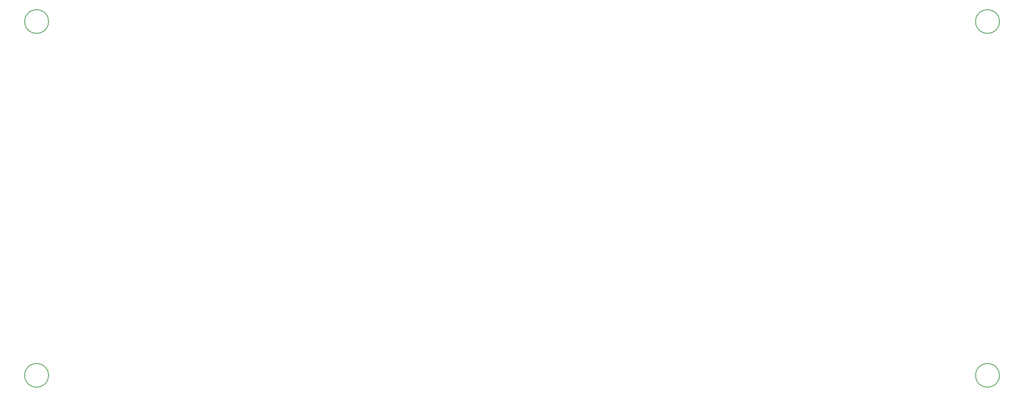
<source format=gbr>
%TF.GenerationSoftware,KiCad,Pcbnew,(7.0.0-rc2-153-g7d6218acb4)*%
%TF.CreationDate,2023-02-26T22:54:42+05:30*%
%TF.ProjectId,40-m0110,34302d6d-3031-4313-902e-6b696361645f,rev?*%
%TF.SameCoordinates,Original*%
%TF.FileFunction,Other,Comment*%
%FSLAX46Y46*%
G04 Gerber Fmt 4.6, Leading zero omitted, Abs format (unit mm)*
G04 Created by KiCad (PCBNEW (7.0.0-rc2-153-g7d6218acb4)) date 2023-02-26 22:54:42*
%MOMM*%
%LPD*%
G01*
G04 APERTURE LIST*
%ADD10C,0.150000*%
G04 APERTURE END LIST*
D10*
%TO.C,H2*%
X257593750Y22600000D02*
G75*
G03*
X257593750Y22600000I-2800000J0D01*
G01*
%TO.C,H4*%
X257593750Y-60700000D02*
G75*
G03*
X257593750Y-60700000I-2800000J0D01*
G01*
%TO.C,H3*%
X33756250Y-60700000D02*
G75*
G03*
X33756250Y-60700000I-2800000J0D01*
G01*
%TO.C,H1*%
X33756250Y22600000D02*
G75*
G03*
X33756250Y22600000I-2800000J0D01*
G01*
%TD*%
M02*

</source>
